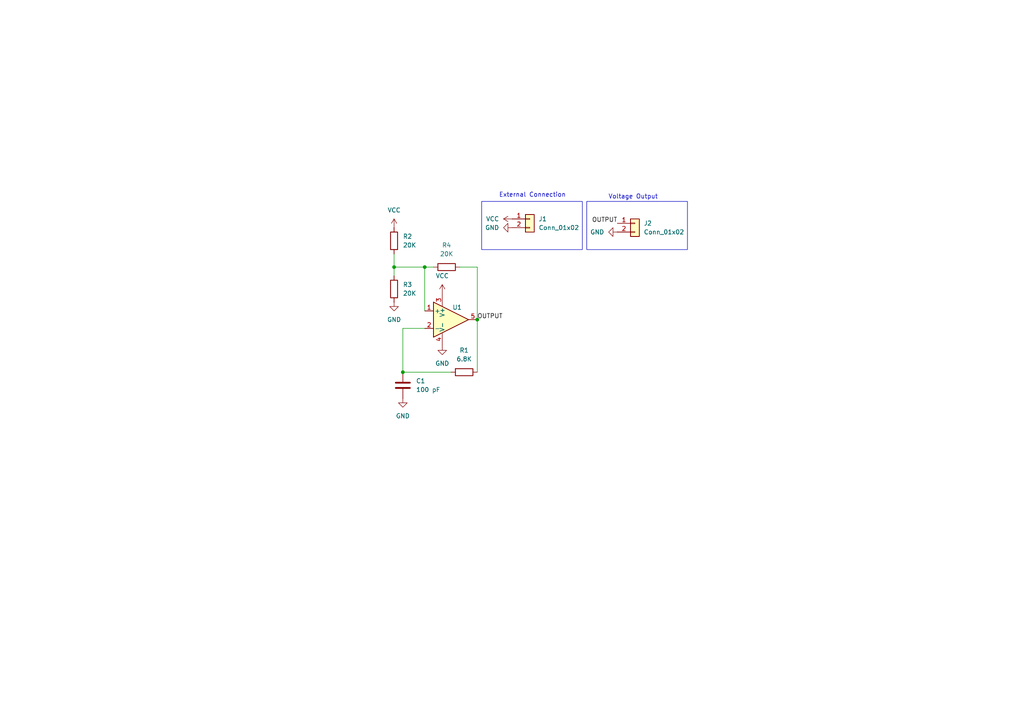
<source format=kicad_sch>
(kicad_sch
	(version 20231120)
	(generator "eeschema")
	(generator_version "8.0")
	(uuid "116ec200-550d-4b45-9e4e-a5b146f0f615")
	(paper "A4")
	(lib_symbols
		(symbol "Connector_Generic:Conn_01x02"
			(pin_names
				(offset 1.016) hide)
			(exclude_from_sim no)
			(in_bom yes)
			(on_board yes)
			(property "Reference" "J"
				(at 0 2.54 0)
				(effects
					(font
						(size 1.27 1.27)
					)
				)
			)
			(property "Value" "Conn_01x02"
				(at 0 -5.08 0)
				(effects
					(font
						(size 1.27 1.27)
					)
				)
			)
			(property "Footprint" ""
				(at 0 0 0)
				(effects
					(font
						(size 1.27 1.27)
					)
					(hide yes)
				)
			)
			(property "Datasheet" "~"
				(at 0 0 0)
				(effects
					(font
						(size 1.27 1.27)
					)
					(hide yes)
				)
			)
			(property "Description" "Generic connector, single row, 01x02, script generated (kicad-library-utils/schlib/autogen/connector/)"
				(at 0 0 0)
				(effects
					(font
						(size 1.27 1.27)
					)
					(hide yes)
				)
			)
			(property "ki_keywords" "connector"
				(at 0 0 0)
				(effects
					(font
						(size 1.27 1.27)
					)
					(hide yes)
				)
			)
			(property "ki_fp_filters" "Connector*:*_1x??_*"
				(at 0 0 0)
				(effects
					(font
						(size 1.27 1.27)
					)
					(hide yes)
				)
			)
			(symbol "Conn_01x02_1_1"
				(rectangle
					(start -1.27 -2.413)
					(end 0 -2.667)
					(stroke
						(width 0.1524)
						(type default)
					)
					(fill
						(type none)
					)
				)
				(rectangle
					(start -1.27 0.127)
					(end 0 -0.127)
					(stroke
						(width 0.1524)
						(type default)
					)
					(fill
						(type none)
					)
				)
				(rectangle
					(start -1.27 1.27)
					(end 1.27 -3.81)
					(stroke
						(width 0.254)
						(type default)
					)
					(fill
						(type background)
					)
				)
				(pin passive line
					(at -5.08 0 0)
					(length 3.81)
					(name "Pin_1"
						(effects
							(font
								(size 1.27 1.27)
							)
						)
					)
					(number "1"
						(effects
							(font
								(size 1.27 1.27)
							)
						)
					)
				)
				(pin passive line
					(at -5.08 -2.54 0)
					(length 3.81)
					(name "Pin_2"
						(effects
							(font
								(size 1.27 1.27)
							)
						)
					)
					(number "2"
						(effects
							(font
								(size 1.27 1.27)
							)
						)
					)
				)
			)
		)
		(symbol "Device:C"
			(pin_numbers hide)
			(pin_names
				(offset 0.254)
			)
			(exclude_from_sim no)
			(in_bom yes)
			(on_board yes)
			(property "Reference" "C"
				(at 0.635 2.54 0)
				(effects
					(font
						(size 1.27 1.27)
					)
					(justify left)
				)
			)
			(property "Value" "C"
				(at 0.635 -2.54 0)
				(effects
					(font
						(size 1.27 1.27)
					)
					(justify left)
				)
			)
			(property "Footprint" ""
				(at 0.9652 -3.81 0)
				(effects
					(font
						(size 1.27 1.27)
					)
					(hide yes)
				)
			)
			(property "Datasheet" "~"
				(at 0 0 0)
				(effects
					(font
						(size 1.27 1.27)
					)
					(hide yes)
				)
			)
			(property "Description" "Unpolarized capacitor"
				(at 0 0 0)
				(effects
					(font
						(size 1.27 1.27)
					)
					(hide yes)
				)
			)
			(property "ki_keywords" "cap capacitor"
				(at 0 0 0)
				(effects
					(font
						(size 1.27 1.27)
					)
					(hide yes)
				)
			)
			(property "ki_fp_filters" "C_*"
				(at 0 0 0)
				(effects
					(font
						(size 1.27 1.27)
					)
					(hide yes)
				)
			)
			(symbol "C_0_1"
				(polyline
					(pts
						(xy -2.032 -0.762) (xy 2.032 -0.762)
					)
					(stroke
						(width 0.508)
						(type default)
					)
					(fill
						(type none)
					)
				)
				(polyline
					(pts
						(xy -2.032 0.762) (xy 2.032 0.762)
					)
					(stroke
						(width 0.508)
						(type default)
					)
					(fill
						(type none)
					)
				)
			)
			(symbol "C_1_1"
				(pin passive line
					(at 0 3.81 270)
					(length 2.794)
					(name "~"
						(effects
							(font
								(size 1.27 1.27)
							)
						)
					)
					(number "1"
						(effects
							(font
								(size 1.27 1.27)
							)
						)
					)
				)
				(pin passive line
					(at 0 -3.81 90)
					(length 2.794)
					(name "~"
						(effects
							(font
								(size 1.27 1.27)
							)
						)
					)
					(number "2"
						(effects
							(font
								(size 1.27 1.27)
							)
						)
					)
				)
			)
		)
		(symbol "Device:R"
			(pin_numbers hide)
			(pin_names
				(offset 0)
			)
			(exclude_from_sim no)
			(in_bom yes)
			(on_board yes)
			(property "Reference" "R"
				(at 2.032 0 90)
				(effects
					(font
						(size 1.27 1.27)
					)
				)
			)
			(property "Value" "R"
				(at 0 0 90)
				(effects
					(font
						(size 1.27 1.27)
					)
				)
			)
			(property "Footprint" ""
				(at -1.778 0 90)
				(effects
					(font
						(size 1.27 1.27)
					)
					(hide yes)
				)
			)
			(property "Datasheet" "~"
				(at 0 0 0)
				(effects
					(font
						(size 1.27 1.27)
					)
					(hide yes)
				)
			)
			(property "Description" "Resistor"
				(at 0 0 0)
				(effects
					(font
						(size 1.27 1.27)
					)
					(hide yes)
				)
			)
			(property "ki_keywords" "R res resistor"
				(at 0 0 0)
				(effects
					(font
						(size 1.27 1.27)
					)
					(hide yes)
				)
			)
			(property "ki_fp_filters" "R_*"
				(at 0 0 0)
				(effects
					(font
						(size 1.27 1.27)
					)
					(hide yes)
				)
			)
			(symbol "R_0_1"
				(rectangle
					(start -1.016 -2.54)
					(end 1.016 2.54)
					(stroke
						(width 0.254)
						(type default)
					)
					(fill
						(type none)
					)
				)
			)
			(symbol "R_1_1"
				(pin passive line
					(at 0 3.81 270)
					(length 1.27)
					(name "~"
						(effects
							(font
								(size 1.27 1.27)
							)
						)
					)
					(number "1"
						(effects
							(font
								(size 1.27 1.27)
							)
						)
					)
				)
				(pin passive line
					(at 0 -3.81 90)
					(length 1.27)
					(name "~"
						(effects
							(font
								(size 1.27 1.27)
							)
						)
					)
					(number "2"
						(effects
							(font
								(size 1.27 1.27)
							)
						)
					)
				)
			)
		)
		(symbol "Simulation_SPICE:OPAMP"
			(pin_names
				(offset 0.254)
			)
			(exclude_from_sim no)
			(in_bom yes)
			(on_board yes)
			(property "Reference" "U"
				(at 3.81 3.175 0)
				(effects
					(font
						(size 1.27 1.27)
					)
					(justify left)
				)
			)
			(property "Value" "${SIM.PARAMS}"
				(at 3.81 -3.175 0)
				(effects
					(font
						(size 1.27 1.27)
					)
					(justify left)
				)
			)
			(property "Footprint" ""
				(at 0 0 0)
				(effects
					(font
						(size 1.27 1.27)
					)
					(hide yes)
				)
			)
			(property "Datasheet" "https://ngspice.sourceforge.io/docs/ngspice-html-manual/manual.xhtml#sec__SUBCKT_Subcircuits"
				(at 0 0 0)
				(effects
					(font
						(size 1.27 1.27)
					)
					(hide yes)
				)
			)
			(property "Description" "Operational amplifier, single, node sequence=1:+ 2:- 3:OUT 4:V+ 5:V-"
				(at 0 0 0)
				(effects
					(font
						(size 1.27 1.27)
					)
					(hide yes)
				)
			)
			(property "Sim.Pins" "1=in+ 2=in- 3=vcc 4=vee 5=out"
				(at 0 0 0)
				(effects
					(font
						(size 1.27 1.27)
					)
					(hide yes)
				)
			)
			(property "Sim.Device" "SUBCKT"
				(at 0 0 0)
				(effects
					(font
						(size 1.27 1.27)
					)
					(justify left)
					(hide yes)
				)
			)
			(property "Sim.Library" "${KICAD8_SYMBOL_DIR}/Simulation_SPICE.sp"
				(at 0 0 0)
				(effects
					(font
						(size 1.27 1.27)
					)
					(hide yes)
				)
			)
			(property "Sim.Name" "kicad_builtin_opamp"
				(at 0 0 0)
				(effects
					(font
						(size 1.27 1.27)
					)
					(hide yes)
				)
			)
			(property "ki_keywords" "simulation"
				(at 0 0 0)
				(effects
					(font
						(size 1.27 1.27)
					)
					(hide yes)
				)
			)
			(symbol "OPAMP_0_1"
				(polyline
					(pts
						(xy 5.08 0) (xy -5.08 5.08) (xy -5.08 -5.08) (xy 5.08 0)
					)
					(stroke
						(width 0.254)
						(type default)
					)
					(fill
						(type background)
					)
				)
			)
			(symbol "OPAMP_1_1"
				(pin input line
					(at -7.62 2.54 0)
					(length 2.54)
					(name "+"
						(effects
							(font
								(size 1.27 1.27)
							)
						)
					)
					(number "1"
						(effects
							(font
								(size 1.27 1.27)
							)
						)
					)
				)
				(pin input line
					(at -7.62 -2.54 0)
					(length 2.54)
					(name "-"
						(effects
							(font
								(size 1.27 1.27)
							)
						)
					)
					(number "2"
						(effects
							(font
								(size 1.27 1.27)
							)
						)
					)
				)
				(pin power_in line
					(at -2.54 7.62 270)
					(length 3.81)
					(name "V+"
						(effects
							(font
								(size 1.27 1.27)
							)
						)
					)
					(number "3"
						(effects
							(font
								(size 1.27 1.27)
							)
						)
					)
				)
				(pin power_in line
					(at -2.54 -7.62 90)
					(length 3.81)
					(name "V-"
						(effects
							(font
								(size 1.27 1.27)
							)
						)
					)
					(number "4"
						(effects
							(font
								(size 1.27 1.27)
							)
						)
					)
				)
				(pin output line
					(at 7.62 0 180)
					(length 2.54)
					(name "~"
						(effects
							(font
								(size 1.27 1.27)
							)
						)
					)
					(number "5"
						(effects
							(font
								(size 1.27 1.27)
							)
						)
					)
				)
			)
		)
		(symbol "power:GND"
			(power)
			(pin_numbers hide)
			(pin_names
				(offset 0) hide)
			(exclude_from_sim no)
			(in_bom yes)
			(on_board yes)
			(property "Reference" "#PWR"
				(at 0 -6.35 0)
				(effects
					(font
						(size 1.27 1.27)
					)
					(hide yes)
				)
			)
			(property "Value" "GND"
				(at 0 -3.81 0)
				(effects
					(font
						(size 1.27 1.27)
					)
				)
			)
			(property "Footprint" ""
				(at 0 0 0)
				(effects
					(font
						(size 1.27 1.27)
					)
					(hide yes)
				)
			)
			(property "Datasheet" ""
				(at 0 0 0)
				(effects
					(font
						(size 1.27 1.27)
					)
					(hide yes)
				)
			)
			(property "Description" "Power symbol creates a global label with name \"GND\" , ground"
				(at 0 0 0)
				(effects
					(font
						(size 1.27 1.27)
					)
					(hide yes)
				)
			)
			(property "ki_keywords" "global power"
				(at 0 0 0)
				(effects
					(font
						(size 1.27 1.27)
					)
					(hide yes)
				)
			)
			(symbol "GND_0_1"
				(polyline
					(pts
						(xy 0 0) (xy 0 -1.27) (xy 1.27 -1.27) (xy 0 -2.54) (xy -1.27 -1.27) (xy 0 -1.27)
					)
					(stroke
						(width 0)
						(type default)
					)
					(fill
						(type none)
					)
				)
			)
			(symbol "GND_1_1"
				(pin power_in line
					(at 0 0 270)
					(length 0)
					(name "~"
						(effects
							(font
								(size 1.27 1.27)
							)
						)
					)
					(number "1"
						(effects
							(font
								(size 1.27 1.27)
							)
						)
					)
				)
			)
		)
		(symbol "power:VCC"
			(power)
			(pin_numbers hide)
			(pin_names
				(offset 0) hide)
			(exclude_from_sim no)
			(in_bom yes)
			(on_board yes)
			(property "Reference" "#PWR"
				(at 0 -3.81 0)
				(effects
					(font
						(size 1.27 1.27)
					)
					(hide yes)
				)
			)
			(property "Value" "VCC"
				(at 0 3.556 0)
				(effects
					(font
						(size 1.27 1.27)
					)
				)
			)
			(property "Footprint" ""
				(at 0 0 0)
				(effects
					(font
						(size 1.27 1.27)
					)
					(hide yes)
				)
			)
			(property "Datasheet" ""
				(at 0 0 0)
				(effects
					(font
						(size 1.27 1.27)
					)
					(hide yes)
				)
			)
			(property "Description" "Power symbol creates a global label with name \"VCC\""
				(at 0 0 0)
				(effects
					(font
						(size 1.27 1.27)
					)
					(hide yes)
				)
			)
			(property "ki_keywords" "global power"
				(at 0 0 0)
				(effects
					(font
						(size 1.27 1.27)
					)
					(hide yes)
				)
			)
			(symbol "VCC_0_1"
				(polyline
					(pts
						(xy -0.762 1.27) (xy 0 2.54)
					)
					(stroke
						(width 0)
						(type default)
					)
					(fill
						(type none)
					)
				)
				(polyline
					(pts
						(xy 0 0) (xy 0 2.54)
					)
					(stroke
						(width 0)
						(type default)
					)
					(fill
						(type none)
					)
				)
				(polyline
					(pts
						(xy 0 2.54) (xy 0.762 1.27)
					)
					(stroke
						(width 0)
						(type default)
					)
					(fill
						(type none)
					)
				)
			)
			(symbol "VCC_1_1"
				(pin power_in line
					(at 0 0 90)
					(length 0)
					(name "~"
						(effects
							(font
								(size 1.27 1.27)
							)
						)
					)
					(number "1"
						(effects
							(font
								(size 1.27 1.27)
							)
						)
					)
				)
			)
		)
	)
	(junction
		(at 123.19 77.47)
		(diameter 0)
		(color 0 0 0 0)
		(uuid "219f4e9e-a52a-4c37-b1b6-55e53ba18e67")
	)
	(junction
		(at 138.43 92.71)
		(diameter 0)
		(color 0 0 0 0)
		(uuid "c3c5791e-1111-4ca3-be74-7012f817fe91")
	)
	(junction
		(at 116.84 107.95)
		(diameter 0)
		(color 0 0 0 0)
		(uuid "ec6788a2-756a-4477-af48-354d9e9845d8")
	)
	(junction
		(at 114.3 77.47)
		(diameter 0)
		(color 0 0 0 0)
		(uuid "fc81a588-83af-40ed-8f9e-b9c56fd9010d")
	)
	(wire
		(pts
			(xy 114.3 73.66) (xy 114.3 77.47)
		)
		(stroke
			(width 0)
			(type default)
		)
		(uuid "06403005-c622-4190-819c-cf3bbc6a1f3b")
	)
	(wire
		(pts
			(xy 123.19 77.47) (xy 114.3 77.47)
		)
		(stroke
			(width 0)
			(type default)
		)
		(uuid "1ad636d5-498e-43e4-bbd8-e9fcff8bc81e")
	)
	(wire
		(pts
			(xy 123.19 95.25) (xy 116.84 95.25)
		)
		(stroke
			(width 0)
			(type default)
		)
		(uuid "2b72a59d-8ef1-4ff4-b6d5-df322439be0d")
	)
	(wire
		(pts
			(xy 116.84 107.95) (xy 130.81 107.95)
		)
		(stroke
			(width 0)
			(type default)
		)
		(uuid "78cbf638-d323-4783-afa8-7433924a61d9")
	)
	(wire
		(pts
			(xy 133.35 77.47) (xy 138.43 77.47)
		)
		(stroke
			(width 0)
			(type default)
		)
		(uuid "7e8494f8-5ffb-4071-8ac7-b23d87c89a28")
	)
	(wire
		(pts
			(xy 138.43 77.47) (xy 138.43 92.71)
		)
		(stroke
			(width 0)
			(type default)
		)
		(uuid "83912382-dd56-4a50-a25a-c3f8531fdc57")
	)
	(wire
		(pts
			(xy 123.19 77.47) (xy 125.73 77.47)
		)
		(stroke
			(width 0)
			(type default)
		)
		(uuid "86592d55-08b9-42d8-b4ca-c66ce40e82df")
	)
	(wire
		(pts
			(xy 116.84 95.25) (xy 116.84 107.95)
		)
		(stroke
			(width 0)
			(type default)
		)
		(uuid "8ad844e7-abb1-41e8-8214-632537aa5207")
	)
	(wire
		(pts
			(xy 114.3 77.47) (xy 114.3 80.01)
		)
		(stroke
			(width 0)
			(type default)
		)
		(uuid "9744bcad-67bd-426c-9fc0-50767ce27617")
	)
	(wire
		(pts
			(xy 123.19 90.17) (xy 123.19 77.47)
		)
		(stroke
			(width 0)
			(type default)
		)
		(uuid "c3be534b-f6c0-4ef4-ad6e-553adfde5ba0")
	)
	(wire
		(pts
			(xy 138.43 92.71) (xy 138.43 107.95)
		)
		(stroke
			(width 0)
			(type default)
		)
		(uuid "fc5cb902-1a50-4109-9fa3-8437f96abee3")
	)
	(rectangle
		(start 139.7 58.42)
		(end 168.91 72.39)
		(stroke
			(width 0)
			(type default)
		)
		(fill
			(type none)
		)
		(uuid 7555325c-8376-40b0-909f-50bd62474ad3)
	)
	(rectangle
		(start 170.18 58.42)
		(end 199.39 72.39)
		(stroke
			(width 0)
			(type default)
		)
		(fill
			(type none)
		)
		(uuid be43b8da-5747-4a52-8b23-639aa309a987)
	)
	(text "Voltage Output"
		(exclude_from_sim no)
		(at 183.642 57.15 0)
		(effects
			(font
				(size 1.27 1.27)
			)
		)
		(uuid "06b027d8-2ac3-408f-a22d-d5d70a9cfbbc")
	)
	(text "External Connection"
		(exclude_from_sim no)
		(at 154.432 56.642 0)
		(effects
			(font
				(size 1.27 1.27)
			)
		)
		(uuid "e36aea59-a978-43e2-a739-f74d244bff52")
	)
	(label "OUTPUT"
		(at 179.07 64.77 180)
		(fields_autoplaced yes)
		(effects
			(font
				(size 1.27 1.27)
			)
			(justify right bottom)
		)
		(uuid "b080478c-c9de-4f83-b335-57b0c6b00aea")
	)
	(label "OUTPUT"
		(at 138.43 92.71 0)
		(fields_autoplaced yes)
		(effects
			(font
				(size 1.27 1.27)
			)
			(justify left bottom)
		)
		(uuid "ecc995b7-cabb-43e6-a9e3-ab5c6fdb1b2c")
	)
	(symbol
		(lib_id "power:GND")
		(at 128.27 100.33 0)
		(unit 1)
		(exclude_from_sim no)
		(in_bom yes)
		(on_board yes)
		(dnp no)
		(fields_autoplaced yes)
		(uuid "142d2424-a4ec-41b7-b464-2dcc4b9f82ad")
		(property "Reference" "#PWR02"
			(at 128.27 106.68 0)
			(effects
				(font
					(size 1.27 1.27)
				)
				(hide yes)
			)
		)
		(property "Value" "GND"
			(at 128.27 105.41 0)
			(effects
				(font
					(size 1.27 1.27)
				)
			)
		)
		(property "Footprint" ""
			(at 128.27 100.33 0)
			(effects
				(font
					(size 1.27 1.27)
				)
				(hide yes)
			)
		)
		(property "Datasheet" ""
			(at 128.27 100.33 0)
			(effects
				(font
					(size 1.27 1.27)
				)
				(hide yes)
			)
		)
		(property "Description" "Power symbol creates a global label with name \"GND\" , ground"
			(at 128.27 100.33 0)
			(effects
				(font
					(size 1.27 1.27)
				)
				(hide yes)
			)
		)
		(pin "1"
			(uuid "96163cd8-a3f2-4c63-bf3f-cb319b25ff54")
		)
		(instances
			(project ""
				(path "/116ec200-550d-4b45-9e4e-a5b146f0f615"
					(reference "#PWR02")
					(unit 1)
				)
			)
		)
	)
	(symbol
		(lib_id "power:GND")
		(at 116.84 115.57 0)
		(unit 1)
		(exclude_from_sim no)
		(in_bom yes)
		(on_board yes)
		(dnp no)
		(fields_autoplaced yes)
		(uuid "29ee1048-3c19-49dd-9a5e-7c4c15f4abd0")
		(property "Reference" "#PWR05"
			(at 116.84 121.92 0)
			(effects
				(font
					(size 1.27 1.27)
				)
				(hide yes)
			)
		)
		(property "Value" "GND"
			(at 116.84 120.65 0)
			(effects
				(font
					(size 1.27 1.27)
				)
			)
		)
		(property "Footprint" ""
			(at 116.84 115.57 0)
			(effects
				(font
					(size 1.27 1.27)
				)
				(hide yes)
			)
		)
		(property "Datasheet" ""
			(at 116.84 115.57 0)
			(effects
				(font
					(size 1.27 1.27)
				)
				(hide yes)
			)
		)
		(property "Description" "Power symbol creates a global label with name \"GND\" , ground"
			(at 116.84 115.57 0)
			(effects
				(font
					(size 1.27 1.27)
				)
				(hide yes)
			)
		)
		(pin "1"
			(uuid "1556cfa5-982d-4545-bc5c-c2b32e0ca63d")
		)
		(instances
			(project ""
				(path "/116ec200-550d-4b45-9e4e-a5b146f0f615"
					(reference "#PWR05")
					(unit 1)
				)
			)
		)
	)
	(symbol
		(lib_id "power:VCC")
		(at 128.27 85.09 0)
		(unit 1)
		(exclude_from_sim no)
		(in_bom yes)
		(on_board yes)
		(dnp no)
		(fields_autoplaced yes)
		(uuid "53a2b83b-0865-405c-b786-c6299381b189")
		(property "Reference" "#PWR01"
			(at 128.27 88.9 0)
			(effects
				(font
					(size 1.27 1.27)
				)
				(hide yes)
			)
		)
		(property "Value" "VCC"
			(at 128.27 80.01 0)
			(effects
				(font
					(size 1.27 1.27)
				)
			)
		)
		(property "Footprint" ""
			(at 128.27 85.09 0)
			(effects
				(font
					(size 1.27 1.27)
				)
				(hide yes)
			)
		)
		(property "Datasheet" ""
			(at 128.27 85.09 0)
			(effects
				(font
					(size 1.27 1.27)
				)
				(hide yes)
			)
		)
		(property "Description" "Power symbol creates a global label with name \"VCC\""
			(at 128.27 85.09 0)
			(effects
				(font
					(size 1.27 1.27)
				)
				(hide yes)
			)
		)
		(pin "1"
			(uuid "26fbcd6c-883f-4c4f-998a-0974d10c35c5")
		)
		(instances
			(project ""
				(path "/116ec200-550d-4b45-9e4e-a5b146f0f615"
					(reference "#PWR01")
					(unit 1)
				)
			)
		)
	)
	(symbol
		(lib_id "power:VCC")
		(at 148.59 63.5 90)
		(unit 1)
		(exclude_from_sim no)
		(in_bom yes)
		(on_board yes)
		(dnp no)
		(fields_autoplaced yes)
		(uuid "66915801-b54a-4d65-95ab-1068990f8b15")
		(property "Reference" "#PWR06"
			(at 152.4 63.5 0)
			(effects
				(font
					(size 1.27 1.27)
				)
				(hide yes)
			)
		)
		(property "Value" "VCC"
			(at 144.78 63.4999 90)
			(effects
				(font
					(size 1.27 1.27)
				)
				(justify left)
			)
		)
		(property "Footprint" ""
			(at 148.59 63.5 0)
			(effects
				(font
					(size 1.27 1.27)
				)
				(hide yes)
			)
		)
		(property "Datasheet" ""
			(at 148.59 63.5 0)
			(effects
				(font
					(size 1.27 1.27)
				)
				(hide yes)
			)
		)
		(property "Description" "Power symbol creates a global label with name \"VCC\""
			(at 148.59 63.5 0)
			(effects
				(font
					(size 1.27 1.27)
				)
				(hide yes)
			)
		)
		(pin "1"
			(uuid "f055e9f6-6cde-443d-b7f9-3ec7920fd9b7")
		)
		(instances
			(project ""
				(path "/116ec200-550d-4b45-9e4e-a5b146f0f615"
					(reference "#PWR06")
					(unit 1)
				)
			)
		)
	)
	(symbol
		(lib_id "power:GND")
		(at 179.07 67.31 270)
		(unit 1)
		(exclude_from_sim no)
		(in_bom yes)
		(on_board yes)
		(dnp no)
		(fields_autoplaced yes)
		(uuid "6be12c59-645c-471f-b138-a716a5ac47d0")
		(property "Reference" "#PWR08"
			(at 172.72 67.31 0)
			(effects
				(font
					(size 1.27 1.27)
				)
				(hide yes)
			)
		)
		(property "Value" "GND"
			(at 175.26 67.3099 90)
			(effects
				(font
					(size 1.27 1.27)
				)
				(justify right)
			)
		)
		(property "Footprint" ""
			(at 179.07 67.31 0)
			(effects
				(font
					(size 1.27 1.27)
				)
				(hide yes)
			)
		)
		(property "Datasheet" ""
			(at 179.07 67.31 0)
			(effects
				(font
					(size 1.27 1.27)
				)
				(hide yes)
			)
		)
		(property "Description" "Power symbol creates a global label with name \"GND\" , ground"
			(at 179.07 67.31 0)
			(effects
				(font
					(size 1.27 1.27)
				)
				(hide yes)
			)
		)
		(pin "1"
			(uuid "55616ace-bcb1-4455-bffd-14afd902dd97")
		)
		(instances
			(project ""
				(path "/116ec200-550d-4b45-9e4e-a5b146f0f615"
					(reference "#PWR08")
					(unit 1)
				)
			)
		)
	)
	(symbol
		(lib_id "power:GND")
		(at 114.3 87.63 0)
		(unit 1)
		(exclude_from_sim no)
		(in_bom yes)
		(on_board yes)
		(dnp no)
		(fields_autoplaced yes)
		(uuid "6e963b54-06fa-4b53-8d2e-b53ab64a74a1")
		(property "Reference" "#PWR03"
			(at 114.3 93.98 0)
			(effects
				(font
					(size 1.27 1.27)
				)
				(hide yes)
			)
		)
		(property "Value" "GND"
			(at 114.3 92.71 0)
			(effects
				(font
					(size 1.27 1.27)
				)
			)
		)
		(property "Footprint" ""
			(at 114.3 87.63 0)
			(effects
				(font
					(size 1.27 1.27)
				)
				(hide yes)
			)
		)
		(property "Datasheet" ""
			(at 114.3 87.63 0)
			(effects
				(font
					(size 1.27 1.27)
				)
				(hide yes)
			)
		)
		(property "Description" "Power symbol creates a global label with name \"GND\" , ground"
			(at 114.3 87.63 0)
			(effects
				(font
					(size 1.27 1.27)
				)
				(hide yes)
			)
		)
		(pin "1"
			(uuid "f0add872-7d48-40d9-baf2-29d63490de38")
		)
		(instances
			(project ""
				(path "/116ec200-550d-4b45-9e4e-a5b146f0f615"
					(reference "#PWR03")
					(unit 1)
				)
			)
		)
	)
	(symbol
		(lib_id "Connector_Generic:Conn_01x02")
		(at 184.15 64.77 0)
		(unit 1)
		(exclude_from_sim no)
		(in_bom yes)
		(on_board yes)
		(dnp no)
		(fields_autoplaced yes)
		(uuid "6eb5fe49-c07d-4f86-ac35-fbeea8e70d99")
		(property "Reference" "J2"
			(at 186.69 64.7699 0)
			(effects
				(font
					(size 1.27 1.27)
				)
				(justify left)
			)
		)
		(property "Value" "Conn_01x02"
			(at 186.69 67.3099 0)
			(effects
				(font
					(size 1.27 1.27)
				)
				(justify left)
			)
		)
		(property "Footprint" "chris_footprint:output connector"
			(at 184.15 64.77 0)
			(effects
				(font
					(size 1.27 1.27)
				)
				(hide yes)
			)
		)
		(property "Datasheet" "~"
			(at 184.15 64.77 0)
			(effects
				(font
					(size 1.27 1.27)
				)
				(hide yes)
			)
		)
		(property "Description" "Generic connector, single row, 01x02, script generated (kicad-library-utils/schlib/autogen/connector/)"
			(at 184.15 64.77 0)
			(effects
				(font
					(size 1.27 1.27)
				)
				(hide yes)
			)
		)
		(pin "1"
			(uuid "1ea97ba3-59b0-44b5-9bdd-2a2049ad6436")
		)
		(pin "2"
			(uuid "97a83d9e-643a-440e-bf96-021c31fd5c45")
		)
		(instances
			(project ""
				(path "/116ec200-550d-4b45-9e4e-a5b146f0f615"
					(reference "J2")
					(unit 1)
				)
			)
		)
	)
	(symbol
		(lib_id "power:GND")
		(at 148.59 66.04 270)
		(unit 1)
		(exclude_from_sim no)
		(in_bom yes)
		(on_board yes)
		(dnp no)
		(fields_autoplaced yes)
		(uuid "733eb0c4-2870-445e-a243-6b0c32e4c2fa")
		(property "Reference" "#PWR07"
			(at 142.24 66.04 0)
			(effects
				(font
					(size 1.27 1.27)
				)
				(hide yes)
			)
		)
		(property "Value" "GND"
			(at 144.78 66.0399 90)
			(effects
				(font
					(size 1.27 1.27)
				)
				(justify right)
			)
		)
		(property "Footprint" ""
			(at 148.59 66.04 0)
			(effects
				(font
					(size 1.27 1.27)
				)
				(hide yes)
			)
		)
		(property "Datasheet" ""
			(at 148.59 66.04 0)
			(effects
				(font
					(size 1.27 1.27)
				)
				(hide yes)
			)
		)
		(property "Description" "Power symbol creates a global label with name \"GND\" , ground"
			(at 148.59 66.04 0)
			(effects
				(font
					(size 1.27 1.27)
				)
				(hide yes)
			)
		)
		(pin "1"
			(uuid "71c2d844-5dc7-4c9b-a22d-cbc0bd23ce9b")
		)
		(instances
			(project ""
				(path "/116ec200-550d-4b45-9e4e-a5b146f0f615"
					(reference "#PWR07")
					(unit 1)
				)
			)
		)
	)
	(symbol
		(lib_id "Device:C")
		(at 116.84 111.76 0)
		(unit 1)
		(exclude_from_sim no)
		(in_bom yes)
		(on_board yes)
		(dnp no)
		(fields_autoplaced yes)
		(uuid "7ab79aa5-3968-4e36-bc04-059657d96e46")
		(property "Reference" "C1"
			(at 120.65 110.4899 0)
			(effects
				(font
					(size 1.27 1.27)
				)
				(justify left)
			)
		)
		(property "Value" "100 pF"
			(at 120.65 113.0299 0)
			(effects
				(font
					(size 1.27 1.27)
				)
				(justify left)
			)
		)
		(property "Footprint" "Capacitor_SMD:C_1206_3216Metric_Pad1.33x1.80mm_HandSolder"
			(at 117.8052 115.57 0)
			(effects
				(font
					(size 1.27 1.27)
				)
				(hide yes)
			)
		)
		(property "Datasheet" "~"
			(at 116.84 111.76 0)
			(effects
				(font
					(size 1.27 1.27)
				)
				(hide yes)
			)
		)
		(property "Description" "Unpolarized capacitor"
			(at 116.84 111.76 0)
			(effects
				(font
					(size 1.27 1.27)
				)
				(hide yes)
			)
		)
		(pin "1"
			(uuid "2b61a2a7-9ae3-46e9-b9d0-f56aad7c9d05")
		)
		(pin "2"
			(uuid "701c9cc4-7199-49c0-8da8-e481e9dc2af8")
		)
		(instances
			(project ""
				(path "/116ec200-550d-4b45-9e4e-a5b146f0f615"
					(reference "C1")
					(unit 1)
				)
			)
		)
	)
	(symbol
		(lib_id "Device:R")
		(at 114.3 83.82 0)
		(unit 1)
		(exclude_from_sim no)
		(in_bom yes)
		(on_board yes)
		(dnp no)
		(fields_autoplaced yes)
		(uuid "9e51319e-d66f-4a3a-8549-9a77c56b6bb1")
		(property "Reference" "R3"
			(at 116.84 82.5499 0)
			(effects
				(font
					(size 1.27 1.27)
				)
				(justify left)
			)
		)
		(property "Value" "20K"
			(at 116.84 85.0899 0)
			(effects
				(font
					(size 1.27 1.27)
				)
				(justify left)
			)
		)
		(property "Footprint" "Resistor_SMD:R_1206_3216Metric_Pad1.30x1.75mm_HandSolder"
			(at 112.522 83.82 90)
			(effects
				(font
					(size 1.27 1.27)
				)
				(hide yes)
			)
		)
		(property "Datasheet" "~"
			(at 114.3 83.82 0)
			(effects
				(font
					(size 1.27 1.27)
				)
				(hide yes)
			)
		)
		(property "Description" "Resistor"
			(at 114.3 83.82 0)
			(effects
				(font
					(size 1.27 1.27)
				)
				(hide yes)
			)
		)
		(pin "1"
			(uuid "57b95ea0-240b-4479-93f6-fe0324ebb401")
		)
		(pin "2"
			(uuid "67b035e6-21b2-4090-9752-93bf1fce502f")
		)
		(instances
			(project ""
				(path "/116ec200-550d-4b45-9e4e-a5b146f0f615"
					(reference "R3")
					(unit 1)
				)
			)
		)
	)
	(symbol
		(lib_id "Device:R")
		(at 134.62 107.95 90)
		(unit 1)
		(exclude_from_sim no)
		(in_bom yes)
		(on_board yes)
		(dnp no)
		(fields_autoplaced yes)
		(uuid "a0fd0ae2-2a29-4812-a83a-7b4a3e3667c4")
		(property "Reference" "R1"
			(at 134.62 101.6 90)
			(effects
				(font
					(size 1.27 1.27)
				)
			)
		)
		(property "Value" "6.8K"
			(at 134.62 104.14 90)
			(effects
				(font
					(size 1.27 1.27)
				)
			)
		)
		(property "Footprint" "Resistor_SMD:R_1206_3216Metric_Pad1.30x1.75mm_HandSolder"
			(at 134.62 109.728 90)
			(effects
				(font
					(size 1.27 1.27)
				)
				(hide yes)
			)
		)
		(property "Datasheet" "~"
			(at 134.62 107.95 0)
			(effects
				(font
					(size 1.27 1.27)
				)
				(hide yes)
			)
		)
		(property "Description" "Resistor"
			(at 134.62 107.95 0)
			(effects
				(font
					(size 1.27 1.27)
				)
				(hide yes)
			)
		)
		(pin "2"
			(uuid "b255627c-eb90-45ce-ad5f-d4d82b902d51")
		)
		(pin "1"
			(uuid "d9910417-06ff-4cad-a615-6affeb99d070")
		)
		(instances
			(project ""
				(path "/116ec200-550d-4b45-9e4e-a5b146f0f615"
					(reference "R1")
					(unit 1)
				)
			)
		)
	)
	(symbol
		(lib_id "Device:R")
		(at 129.54 77.47 90)
		(unit 1)
		(exclude_from_sim no)
		(in_bom yes)
		(on_board yes)
		(dnp no)
		(fields_autoplaced yes)
		(uuid "a694eac1-f030-4129-bb45-1c7ad8ebb078")
		(property "Reference" "R4"
			(at 129.54 71.12 90)
			(effects
				(font
					(size 1.27 1.27)
				)
			)
		)
		(property "Value" "20K"
			(at 129.54 73.66 90)
			(effects
				(font
					(size 1.27 1.27)
				)
			)
		)
		(property "Footprint" "Resistor_SMD:R_1206_3216Metric_Pad1.30x1.75mm_HandSolder"
			(at 129.54 79.248 90)
			(effects
				(font
					(size 1.27 1.27)
				)
				(hide yes)
			)
		)
		(property "Datasheet" "~"
			(at 129.54 77.47 0)
			(effects
				(font
					(size 1.27 1.27)
				)
				(hide yes)
			)
		)
		(property "Description" "Resistor"
			(at 129.54 77.47 0)
			(effects
				(font
					(size 1.27 1.27)
				)
				(hide yes)
			)
		)
		(pin "1"
			(uuid "a479cebc-3b33-4991-ad91-13ade7e3f009")
		)
		(pin "2"
			(uuid "94e37eb9-1377-4a0a-a9e4-cefcda5af0b2")
		)
		(instances
			(project ""
				(path "/116ec200-550d-4b45-9e4e-a5b146f0f615"
					(reference "R4")
					(unit 1)
				)
			)
		)
	)
	(symbol
		(lib_id "Connector_Generic:Conn_01x02")
		(at 153.67 63.5 0)
		(unit 1)
		(exclude_from_sim no)
		(in_bom yes)
		(on_board yes)
		(dnp no)
		(fields_autoplaced yes)
		(uuid "ad7cc7fb-b1ef-41e9-820e-6121b5b287a5")
		(property "Reference" "J1"
			(at 156.21 63.4999 0)
			(effects
				(font
					(size 1.27 1.27)
				)
				(justify left)
			)
		)
		(property "Value" "Conn_01x02"
			(at 156.21 66.0399 0)
			(effects
				(font
					(size 1.27 1.27)
				)
				(justify left)
			)
		)
		(property "Footprint" "chris_footprint:output connector"
			(at 153.67 63.5 0)
			(effects
				(font
					(size 1.27 1.27)
				)
				(hide yes)
			)
		)
		(property "Datasheet" "~"
			(at 153.67 63.5 0)
			(effects
				(font
					(size 1.27 1.27)
				)
				(hide yes)
			)
		)
		(property "Description" "Generic connector, single row, 01x02, script generated (kicad-library-utils/schlib/autogen/connector/)"
			(at 153.67 63.5 0)
			(effects
				(font
					(size 1.27 1.27)
				)
				(hide yes)
			)
		)
		(pin "1"
			(uuid "9e23700c-6aea-44a4-8ee8-742d6c625689")
		)
		(pin "2"
			(uuid "b4ea8f9b-0fc2-4f3f-bd57-530a1a37de20")
		)
		(instances
			(project ""
				(path "/116ec200-550d-4b45-9e4e-a5b146f0f615"
					(reference "J1")
					(unit 1)
				)
			)
		)
	)
	(symbol
		(lib_id "power:VCC")
		(at 114.3 66.04 0)
		(unit 1)
		(exclude_from_sim no)
		(in_bom yes)
		(on_board yes)
		(dnp no)
		(fields_autoplaced yes)
		(uuid "e216a5b8-b7b3-4112-a0fd-2f75560be42b")
		(property "Reference" "#PWR04"
			(at 114.3 69.85 0)
			(effects
				(font
					(size 1.27 1.27)
				)
				(hide yes)
			)
		)
		(property "Value" "VCC"
			(at 114.3 60.96 0)
			(effects
				(font
					(size 1.27 1.27)
				)
			)
		)
		(property "Footprint" ""
			(at 114.3 66.04 0)
			(effects
				(font
					(size 1.27 1.27)
				)
				(hide yes)
			)
		)
		(property "Datasheet" ""
			(at 114.3 66.04 0)
			(effects
				(font
					(size 1.27 1.27)
				)
				(hide yes)
			)
		)
		(property "Description" "Power symbol creates a global label with name \"VCC\""
			(at 114.3 66.04 0)
			(effects
				(font
					(size 1.27 1.27)
				)
				(hide yes)
			)
		)
		(pin "1"
			(uuid "e316ba24-cef0-47d0-8d23-8bef30c21c83")
		)
		(instances
			(project ""
				(path "/116ec200-550d-4b45-9e4e-a5b146f0f615"
					(reference "#PWR04")
					(unit 1)
				)
			)
		)
	)
	(symbol
		(lib_id "Device:R")
		(at 114.3 69.85 0)
		(unit 1)
		(exclude_from_sim no)
		(in_bom yes)
		(on_board yes)
		(dnp no)
		(fields_autoplaced yes)
		(uuid "e58baf5a-815b-49df-8692-67ce9d1ce621")
		(property "Reference" "R2"
			(at 116.84 68.5799 0)
			(effects
				(font
					(size 1.27 1.27)
				)
				(justify left)
			)
		)
		(property "Value" "20K"
			(at 116.84 71.1199 0)
			(effects
				(font
					(size 1.27 1.27)
				)
				(justify left)
			)
		)
		(property "Footprint" "Resistor_SMD:R_1206_3216Metric_Pad1.30x1.75mm_HandSolder"
			(at 112.522 69.85 90)
			(effects
				(font
					(size 1.27 1.27)
				)
				(hide yes)
			)
		)
		(property "Datasheet" "~"
			(at 114.3 69.85 0)
			(effects
				(font
					(size 1.27 1.27)
				)
				(hide yes)
			)
		)
		(property "Description" "Resistor"
			(at 114.3 69.85 0)
			(effects
				(font
					(size 1.27 1.27)
				)
				(hide yes)
			)
		)
		(pin "1"
			(uuid "7d77a0f4-2e68-426e-95eb-56f12ae93c07")
		)
		(pin "2"
			(uuid "4ff97220-6275-43a6-9728-d33b5f6c75e9")
		)
		(instances
			(project ""
				(path "/116ec200-550d-4b45-9e4e-a5b146f0f615"
					(reference "R2")
					(unit 1)
				)
			)
		)
	)
	(symbol
		(lib_id "Simulation_SPICE:OPAMP")
		(at 130.81 92.71 0)
		(unit 1)
		(exclude_from_sim no)
		(in_bom yes)
		(on_board yes)
		(dnp no)
		(uuid "f9035289-1427-4b69-b698-58ed5b8a4a05")
		(property "Reference" "U1"
			(at 132.588 89.154 0)
			(effects
				(font
					(size 1.27 1.27)
				)
			)
		)
		(property "Value" "${SIM.PARAMS}"
			(at 138.43 89.5665 0)
			(effects
				(font
					(size 1.27 1.27)
				)
			)
		)
		(property "Footprint" "SOIC:SOIC127P599X175-8N"
			(at 130.81 92.71 0)
			(effects
				(font
					(size 1.27 1.27)
				)
				(hide yes)
			)
		)
		(property "Datasheet" "https://ngspice.sourceforge.io/docs/ngspice-html-manual/manual.xhtml#sec__SUBCKT_Subcircuits"
			(at 130.81 92.71 0)
			(effects
				(font
					(size 1.27 1.27)
				)
				(hide yes)
			)
		)
		(property "Description" "Operational amplifier, single, node sequence=1:+ 2:- 3:OUT 4:V+ 5:V-"
			(at 130.81 92.71 0)
			(effects
				(font
					(size 1.27 1.27)
				)
				(hide yes)
			)
		)
		(property "Sim.Pins" "1=in+ 2=in- 3=vcc 4=vee 5=out"
			(at 130.81 92.71 0)
			(effects
				(font
					(size 1.27 1.27)
				)
				(hide yes)
			)
		)
		(property "Sim.Device" "SUBCKT"
			(at 130.81 92.71 0)
			(effects
				(font
					(size 1.27 1.27)
				)
				(justify left)
				(hide yes)
			)
		)
		(property "Sim.Library" "${KICAD8_SYMBOL_DIR}/Simulation_SPICE.sp"
			(at 130.81 92.71 0)
			(effects
				(font
					(size 1.27 1.27)
				)
				(hide yes)
			)
		)
		(property "Sim.Name" "kicad_builtin_opamp"
			(at 130.81 92.71 0)
			(effects
				(font
					(size 1.27 1.27)
				)
				(hide yes)
			)
		)
		(pin "5"
			(uuid "d341f2fd-f153-419b-846a-fd395d7c3993")
		)
		(pin "2"
			(uuid "9eb92ad1-9e6e-4f20-88b8-5fe2ce7df398")
		)
		(pin "1"
			(uuid "1dd263df-50d6-4395-96e4-3103cd5a6368")
		)
		(pin "4"
			(uuid "7aa26f0a-b515-4a57-9ed9-8f4f3475fdb9")
		)
		(pin "3"
			(uuid "c41540f1-95e6-4057-8b0f-21f9c875d3d9")
		)
		(instances
			(project ""
				(path "/116ec200-550d-4b45-9e4e-a5b146f0f615"
					(reference "U1")
					(unit 1)
				)
			)
		)
	)
	(sheet_instances
		(path "/"
			(page "1")
		)
	)
)

</source>
